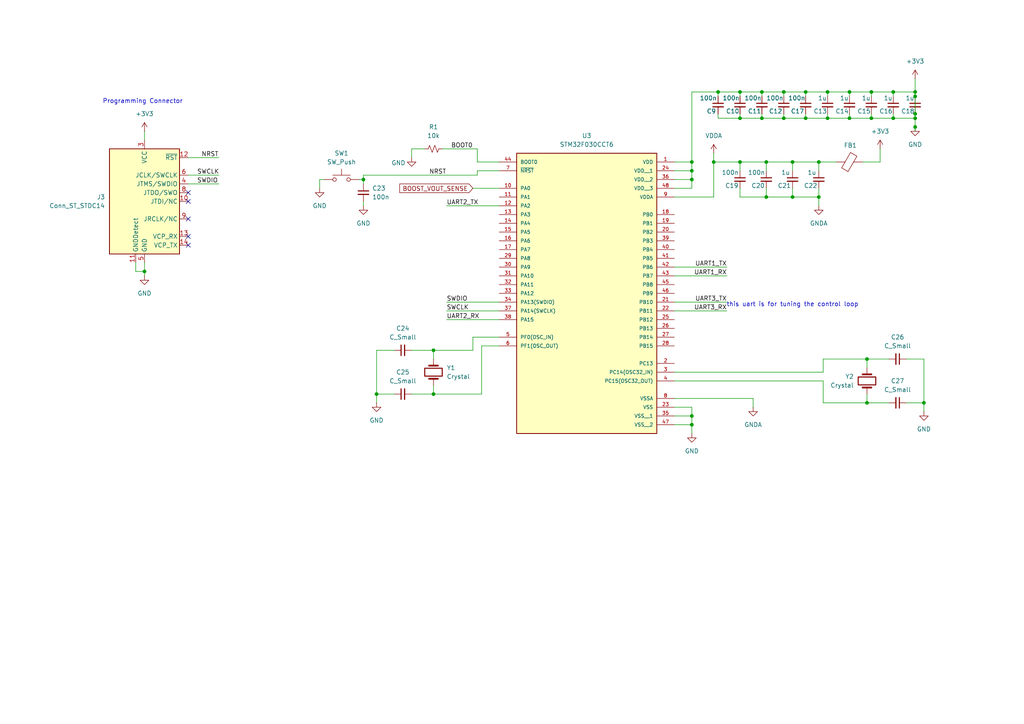
<source format=kicad_sch>
(kicad_sch (version 20250114) (generator "eeschema") (generator_version "9.0")
  (paper "A4")
  (lib_symbols
    (symbol "Connector:Conn_ST_STDC14"
      (property "Reference" "J" (at -8.89 16.51 0))
      (property "Value" "Conn_ST_STDC14" (at 17.78 16.51 0))
      (symbol "Conn_ST_STDC14_0_1"
        (rectangle (start -10.16 15.24) (end 10.16 -15.24) (stroke (width 0.254)) (fill (type background)))
      )
      (symbol "Conn_ST_STDC14_1_1"
        (pin no_connect line (at -10.16 5.08 0) (length 2.54) (hide yes) (name "NC") (number "1"))
        (pin no_connect line (at -10.16 2.54 0) (length 2.54) (hide yes) (name "NC") (number "2"))
        (pin passive line (at -2.54 -17.78 90) (length 2.54) (name "GNDDetect") (number "11"))
        (pin power_in line (at 0 17.78 270) (length 2.54) (name "VCC") (number "3"))
        (pin power_in line (at 0 -17.78 90) (length 2.54) (name "GND") (number "5"))
        (pin passive line (at 0 -17.78 90) (length 2.54) (hide yes) (name "GND") (number "7"))
        (pin open_collector line (at 12.7 12.7 180) (length 2.54) (name "~{RST}") (number "12"))
        (pin output line (at 12.7 7.62 180) (length 2.54) (name "JCLK/SWCLK") (number "6"))
        (pin bidirectional line (at 12.7 5.08 180) (length 2.54) (name "JTMS/SWDIO") (number "4"))
        (pin input line (at 12.7 2.54 180) (length 2.54) (name "JTDO/SWO") (number "8"))
        (pin output line (at 12.7 0 180) (length 2.54) (name "JTDI/NC") (number "10"))
        (pin input line (at 12.7 -5.08 180) (length 2.54) (name "JRCLK/NC") (number "9"))
        (pin output line (at 12.7 -10.16 180) (length 2.54) (name "VCP_RX") (number "13"))
        (pin input line (at 12.7 -12.7 180) (length 2.54) (name "VCP_TX") (number "14"))
      )
    )
    (symbol "Device:C_Small" (pin_numbers (hide yes)) (pin_names (offset 0.254) (hide yes))
      (property "Reference" "C" (at 0.254 1.778 0))
      (property "Value" "C_Small" (at 0.254 -2.032 0))
      (symbol "C_Small_0_1"
        (polyline (pts (xy -1.524 0.508) (xy 1.524 0.508)) (stroke (width 0.3048)))
        (polyline (pts (xy -1.524 -0.508) (xy 1.524 -0.508)) (stroke (width 0.3302)))
      )
      (symbol "C_Small_1_1"
        (pin passive line (at 0 2.54 270) (length 2.032) (name "~") (number "1"))
        (pin passive line (at 0 -2.54 90) (length 2.032) (name "~") (number "2"))
      )
    )
    (symbol "Device:Crystal" (pin_numbers (hide yes)) (pin_names (offset 1.016) (hide yes))
      (property "Reference" "Y" (at 0 3.81 0))
      (property "Value" "Crystal" (at 0 -3.81 0))
      (symbol "Crystal_0_1"
        (polyline (pts (xy -2.54 0) (xy -1.905 0)))
        (polyline (pts (xy -1.905 -1.27) (xy -1.905 1.27)) (stroke (width 0.508)))
        (rectangle (start -1.143 2.54) (end 1.143 -2.54) (stroke (width 0.3048)))
        (polyline (pts (xy 1.905 -1.27) (xy 1.905 1.27)) (stroke (width 0.508)))
        (polyline (pts (xy 2.54 0) (xy 1.905 0)))
      )
      (symbol "Crystal_1_1"
        (pin passive line (at -3.81 0 0) (length 1.27) (name "1") (number "1"))
        (pin passive line (at 3.81 0 180) (length 1.27) (name "2") (number "2"))
      )
    )
    (symbol "Device:FerriteBead" (pin_numbers (hide yes)) (pin_names (offset 0))
      (property "Reference" "FB" (at -3.81 0.635 90))
      (property "Value" "FerriteBead" (at 3.81 0 90))
      (symbol "FerriteBead_0_1"
        (polyline (pts (xy -2.7686 0.4064) (xy -1.7018 2.2606) (xy 2.7686 -0.3048) (xy 1.6764 -2.159) (xy -2.7686 0.4064)))
        (polyline (pts (xy 0 1.27) (xy 0 1.2954)))
        (polyline (pts (xy 0 -1.27) (xy 0 -1.2192)))
      )
      (symbol "FerriteBead_1_1"
        (pin passive line (at 0 3.81 270) (length 2.54) (name "~") (number "1"))
        (pin passive line (at 0 -3.81 90) (length 2.54) (name "~") (number "2"))
      )
    )
    (symbol "Device:R_Small_US" (pin_numbers (hide yes)) (pin_names (offset 0.254) (hide yes))
      (property "Reference" "R" (at 0.762 0.508 0))
      (property "Value" "R_Small_US" (at 0.762 -1.016 0))
      (symbol "R_Small_US_1_1"
        (polyline (pts (xy 0 1.524) (xy 1.016 1.143) (xy 0 0.762) (xy -1.016 0.381) (xy 0 0)))
        (polyline (pts (xy 0 0) (xy 1.016 -0.381) (xy 0 -0.762) (xy -1.016 -1.143) (xy 0 -1.524)))
        (pin passive line (at 0 2.54 270) (length 1.016) (name "~") (number "1"))
        (pin passive line (at 0 -2.54 90) (length 1.016) (name "~") (number "2"))
      )
    )
    (symbol "STM32F030CCT6:STM32F030CCT6" (pin_names (offset 1.016))
      (property "Reference" "U" (at -20.3383 33.0497 0))
      (property "Value" "STM32F030CCT6" (at -20.3351 -50.8284 0))
      (symbol "STM32F030CCT6_0_0"
        (rectangle (start -20.32 -48.26) (end 20.32 33.02) (stroke (width 0.254)) (fill (type background)))
        (pin input line (at -25.4 30.48 0) (length 5.08) (name "BOOT0") (number "44"))
        (pin bidirectional line (at -25.4 27.94 0) (length 5.08) (name "~{NRST}") (number "7"))
        (pin bidirectional line (at -25.4 22.86 0) (length 5.08) (name "PA0") (number "10"))
        (pin bidirectional line (at -25.4 20.32 0) (length 5.08) (name "PA1") (number "11"))
        (pin bidirectional line (at -25.4 17.78 0) (length 5.08) (name "PA2") (number "12"))
        (pin bidirectional line (at -25.4 15.24 0) (length 5.08) (name "PA3") (number "13"))
        (pin bidirectional line (at -25.4 12.7 0) (length 5.08) (name "PA4") (number "14"))
        (pin bidirectional line (at -25.4 10.16 0) (length 5.08) (name "PA5") (number "15"))
        (pin bidirectional line (at -25.4 7.62 0) (length 5.08) (name "PA6") (number "16"))
        (pin bidirectional line (at -25.4 5.08 0) (length 5.08) (name "PA7") (number "17"))
        (pin bidirectional line (at -25.4 2.54 0) (length 5.08) (name "PA8") (number "29"))
        (pin bidirectional line (at -25.4 0 0) (length 5.08) (name "PA9") (number "30"))
        (pin bidirectional line (at -25.4 -2.54 0) (length 5.08) (name "PA10") (number "31"))
        (pin bidirectional line (at -25.4 -5.08 0) (length 5.08) (name "PA11") (number "32"))
        (pin bidirectional line (at -25.4 -7.62 0) (length 5.08) (name "PA12") (number "33"))
        (pin bidirectional line (at -25.4 -10.16 0) (length 5.08) (name "PA13(SWDIO)") (number "34"))
        (pin bidirectional line (at -25.4 -12.7 0) (length 5.08) (name "PA14(SWCLK)") (number "37"))
        (pin bidirectional line (at -25.4 -15.24 0) (length 5.08) (name "PA15") (number "38"))
        (pin bidirectional line (at -25.4 -20.32 0) (length 5.08) (name "PF0(OSC_IN)") (number "5"))
        (pin bidirectional line (at -25.4 -22.86 0) (length 5.08) (name "PF1(OSC_OUT)") (number "6"))
        (pin power_in line (at 25.4 30.48 180) (length 5.08) (name "VDD") (number "1"))
        (pin power_in line (at 25.4 27.94 180) (length 5.08) (name "VDD__1") (number "24"))
        (pin power_in line (at 25.4 25.4 180) (length 5.08) (name "VDD__2") (number "36"))
        (pin power_in line (at 25.4 22.86 180) (length 5.08) (name "VDD__3") (number "48"))
        (pin power_in line (at 25.4 20.32 180) (length 5.08) (name "VDDA") (number "9"))
        (pin bidirectional line (at 25.4 15.24 180) (length 5.08) (name "PB0") (number "18"))
        (pin bidirectional line (at 25.4 12.7 180) (length 5.08) (name "PB1") (number "19"))
        (pin bidirectional line (at 25.4 10.16 180) (length 5.08) (name "PB2") (number "20"))
        (pin bidirectional line (at 25.4 7.62 180) (length 5.08) (name "PB3") (number "39"))
        (pin bidirectional line (at 25.4 5.08 180) (length 5.08) (name "PB4") (number "40"))
        (pin bidirectional line (at 25.4 2.54 180) (length 5.08) (name "PB5") (number "41"))
        (pin bidirectional line (at 25.4 0 180) (length 5.08) (name "PB6") (number "42"))
        (pin bidirectional line (at 25.4 -2.54 180) (length 5.08) (name "PB7") (number "43"))
        (pin bidirectional line (at 25.4 -5.08 180) (length 5.08) (name "PB8") (number "45"))
        (pin bidirectional line (at 25.4 -7.62 180) (length 5.08) (name "PB9") (number "46"))
        (pin bidirectional line (at 25.4 -10.16 180) (length 5.08) (name "PB10") (number "21"))
        (pin bidirectional line (at 25.4 -12.7 180) (length 5.08) (name "PB11") (number "22"))
        (pin bidirectional line (at 25.4 -15.24 180) (length 5.08) (name "PB12") (number "25"))
        (pin bidirectional line (at 25.4 -17.78 180) (length 5.08) (name "PB13") (number "26"))
        (pin bidirectional line (at 25.4 -20.32 180) (length 5.08) (name "PB14") (number "27"))
        (pin bidirectional line (at 25.4 -22.86 180) (length 5.08) (name "PB15") (number "28"))
        (pin bidirectional line (at 25.4 -27.94 180) (length 5.08) (name "PC13") (number "2"))
        (pin bidirectional line (at 25.4 -30.48 180) (length 5.08) (name "PC14(OSC32_IN)") (number "3"))
        (pin bidirectional line (at 25.4 -33.02 180) (length 5.08) (name "PC15(OSC32_OUT)") (number "4"))
        (pin power_in line (at 25.4 -38.1 180) (length 5.08) (name "VSSA") (number "8"))
        (pin power_in line (at 25.4 -40.64 180) (length 5.08) (name "VSS") (number "23"))
        (pin power_in line (at 25.4 -43.18 180) (length 5.08) (name "VSS__1") (number "35"))
        (pin power_in line (at 25.4 -45.72 180) (length 5.08) (name "VSS__2") (number "47"))
      )
    )
    (symbol "Switch:SW_Push" (pin_numbers (hide yes)) (pin_names (offset 1.016) (hide yes))
      (property "Reference" "SW" (at 1.27 2.54 0))
      (property "Value" "SW_Push" (at 0 -1.524 0))
      (symbol "SW_Push_0_1"
        (circle (center -2.032 0) (radius 0.508))
        (polyline (pts (xy 0 1.27) (xy 0 3.048)))
        (circle (center 2.032 0) (radius 0.508))
        (polyline (pts (xy 2.54 1.27) (xy -2.54 1.27)))
        (pin passive line (at -5.08 0 0) (length 2.54) (name "1") (number "1"))
        (pin passive line (at 5.08 0 180) (length 2.54) (name "2") (number "2"))
      )
    )
    (symbol "power:+3V3" (power) (pin_numbers (hide yes)) (pin_names (offset 0) (hide yes))
      (property "Value" "+3V3" (at 0 3.556 0))
      (symbol "+3V3_0_1"
        (polyline (pts (xy -0.762 1.27) (xy 0 2.54)))
        (polyline (pts (xy 0 2.54) (xy 0.762 1.27)))
        (polyline (pts (xy 0 0) (xy 0 2.54)))
      )
      (symbol "+3V3_1_1"
        (pin power_in line (at 0 0 90) (length 0) (name "~") (number "1"))
      )
    )
    (symbol "power:GND" (power) (pin_numbers (hide yes)) (pin_names (offset 0) (hide yes))
      (property "Value" "GND" (at 0 -3.81 0))
      (symbol "GND_0_1"
        (polyline (pts (xy 0 0) (xy 0 -1.27) (xy 1.27 -1.27) (xy 0 -2.54) (xy -1.27 -1.27) (xy 0 -1.27)))
      )
      (symbol "GND_1_1"
        (pin power_in line (at 0 0 270) (length 0) (name "~") (number "1"))
      )
    )
    (symbol "power:GNDA" (power) (pin_numbers (hide yes)) (pin_names (offset 0) (hide yes))
      (property "Value" "GNDA" (at 0 -3.81 0))
      (symbol "GNDA_0_1"
        (polyline (pts (xy 0 0) (xy 0 -1.27) (xy 1.27 -1.27) (xy 0 -2.54) (xy -1.27 -1.27) (xy 0 -1.27)))
      )
      (symbol "GNDA_1_1"
        (pin power_in line (at 0 0 270) (length 0) (name "~") (number "1"))
      )
    )
    (symbol "power:VDDA" (power) (pin_numbers (hide yes)) (pin_names (offset 0) (hide yes))
      (property "Value" "VDDA" (at 0 3.556 0))
      (symbol "VDDA_0_1"
        (polyline (pts (xy -0.762 1.27) (xy 0 2.54)))
        (polyline (pts (xy 0 2.54) (xy 0.762 1.27)))
        (polyline (pts (xy 0 0) (xy 0 2.54)))
      )
      (symbol "VDDA_1_1"
        (pin power_in line (at 0 0 90) (length 0) (name "~") (number "1"))
      )
    )
  )
  (text "Programming Connector\n" (at 41.402 29.464 0) (effects (font (size 1.27 1.27))))
  (text "this uart is for tuning the control loop\n" (at 229.87 88.392 0) (effects (font (size 1.27 1.27))))
  (junction (at 265.43 36.83))
  (junction (at 251.46 116.84))
  (junction (at 265.43 26.67))
  (junction (at 259.08 26.67))
  (junction (at 240.03 34.29))
  (junction (at 220.98 34.29))
  (junction (at 214.63 46.99))
  (junction (at 222.25 57.15))
  (junction (at 200.66 52.07))
  (junction (at 109.22 114.3))
  (junction (at 214.63 34.29))
  (junction (at 200.66 46.99))
  (junction (at 237.49 46.99))
  (junction (at 246.38 26.67))
  (junction (at 200.66 123.19))
  (junction (at 125.73 101.6))
  (junction (at 207.01 46.99))
  (junction (at 125.73 114.3))
  (junction (at 237.49 57.15))
  (junction (at 265.43 33.02))
  (junction (at 265.43 27.94))
  (junction (at 233.68 34.29))
  (junction (at 208.28 26.67))
  (junction (at 240.03 26.67))
  (junction (at 233.68 26.67))
  (junction (at 200.66 120.65))
  (junction (at 41.91 78.74))
  (junction (at 259.08 34.29))
  (junction (at 200.66 49.53))
  (junction (at 229.87 57.15))
  (junction (at 251.46 104.14))
  (junction (at 227.33 26.67))
  (junction (at 105.41 52.07))
  (junction (at 222.25 46.99))
  (junction (at 252.73 26.67))
  (junction (at 246.38 34.29))
  (junction (at 229.87 46.99))
  (junction (at 227.33 34.29))
  (junction (at 214.63 26.67))
  (junction (at 265.43 34.29))
  (junction (at 220.98 26.67))
  (junction (at 267.97 116.84))
  (junction (at 252.73 34.29))
  (no_connect (at 54.61 68.58))
  (no_connect (at 54.61 55.88))
  (no_connect (at 54.61 71.12))
  (no_connect (at 54.61 58.42))
  (no_connect (at 54.61 63.5))
  (wire (pts (xy 218.44 115.57) (xy 195.58 115.57)))
  (wire (pts (xy 257.81 116.84) (xy 251.46 116.84)))
  (wire (pts (xy 255.27 46.99) (xy 250.19 46.99)))
  (wire (pts (xy 41.91 38.1) (xy 41.91 40.64)))
  (wire (pts (xy 229.87 46.99) (xy 237.49 46.99)))
  (wire (pts (xy 251.46 104.14) (xy 238.76 104.14)))
  (wire (pts (xy 252.73 33.02) (xy 252.73 34.29)))
  (wire (pts (xy 267.97 104.14) (xy 267.97 116.84)))
  (wire (pts (xy 200.66 123.19) (xy 200.66 125.73)))
  (wire (pts (xy 267.97 116.84) (xy 262.89 116.84)))
  (wire (pts (xy 246.38 33.02) (xy 246.38 34.29)))
  (wire (pts (xy 195.58 110.49) (xy 238.76 110.49)))
  (wire (pts (xy 222.25 54.61) (xy 222.25 57.15)))
  (wire (pts (xy 125.73 104.14) (xy 125.73 101.6)))
  (wire (pts (xy 129.54 87.63) (xy 144.78 87.63)))
  (wire (pts (xy 246.38 26.67) (xy 246.38 27.94)))
  (wire (pts (xy 200.66 52.07) (xy 200.66 49.53)))
  (wire (pts (xy 238.76 116.84) (xy 251.46 116.84)))
  (wire (pts (xy 207.01 46.99) (xy 207.01 57.15)))
  (wire (pts (xy 129.54 59.69) (xy 144.78 59.69)))
  (wire (pts (xy 200.66 26.67) (xy 208.28 26.67)))
  (wire (pts (xy 227.33 26.67) (xy 233.68 26.67)))
  (wire (pts (xy 227.33 26.67) (xy 227.33 27.94)))
  (wire (pts (xy 129.54 92.71) (xy 144.78 92.71)))
  (wire (pts (xy 227.33 33.02) (xy 227.33 34.29)))
  (wire (pts (xy 210.82 87.63) (xy 195.58 87.63)))
  (wire (pts (xy 39.37 76.2) (xy 39.37 78.74)))
  (wire (pts (xy 218.44 118.11) (xy 218.44 115.57)))
  (wire (pts (xy 125.73 101.6) (xy 137.16 101.6)))
  (wire (pts (xy 138.43 49.53) (xy 144.78 49.53)))
  (wire (pts (xy 257.81 104.14) (xy 251.46 104.14)))
  (wire (pts (xy 229.87 57.15) (xy 237.49 57.15)))
  (wire (pts (xy 259.08 26.67) (xy 259.08 27.94)))
  (wire (pts (xy 195.58 123.19) (xy 200.66 123.19)))
  (wire (pts (xy 220.98 34.29) (xy 227.33 34.29)))
  (wire (pts (xy 105.41 50.8) (xy 138.43 50.8)))
  (wire (pts (xy 200.66 123.19) (xy 200.66 120.65)))
  (wire (pts (xy 240.03 26.67) (xy 246.38 26.67)))
  (wire (pts (xy 144.78 46.99) (xy 138.43 46.99)))
  (wire (pts (xy 240.03 34.29) (xy 246.38 34.29)))
  (wire (pts (xy 139.7 114.3) (xy 125.73 114.3)))
  (wire (pts (xy 210.82 77.47) (xy 195.58 77.47)))
  (wire (pts (xy 54.61 53.34) (xy 63.5 53.34)))
  (wire (pts (xy 119.38 114.3) (xy 125.73 114.3)))
  (wire (pts (xy 128.27 43.18) (xy 138.43 43.18)))
  (wire (pts (xy 214.63 33.02) (xy 214.63 34.29)))
  (wire (pts (xy 233.68 26.67) (xy 240.03 26.67)))
  (wire (pts (xy 246.38 34.29) (xy 252.73 34.29)))
  (wire (pts (xy 262.89 104.14) (xy 267.97 104.14)))
  (wire (pts (xy 41.91 76.2) (xy 41.91 78.74)))
  (wire (pts (xy 229.87 46.99) (xy 229.87 49.53)))
  (wire (pts (xy 229.87 54.61) (xy 229.87 57.15)))
  (wire (pts (xy 105.41 50.8) (xy 105.41 52.07)))
  (wire (pts (xy 137.16 54.61) (xy 144.78 54.61)))
  (wire (pts (xy 214.63 46.99) (xy 214.63 49.53)))
  (wire (pts (xy 267.97 116.84) (xy 267.97 119.38)))
  (wire (pts (xy 195.58 52.07) (xy 200.66 52.07)))
  (wire (pts (xy 265.43 34.29) (xy 259.08 34.29)))
  (wire (pts (xy 119.38 101.6) (xy 125.73 101.6)))
  (wire (pts (xy 54.61 45.72) (xy 63.5 45.72)))
  (wire (pts (xy 208.28 26.67) (xy 208.28 27.94)))
  (wire (pts (xy 137.16 97.79) (xy 144.78 97.79)))
  (wire (pts (xy 227.33 34.29) (xy 233.68 34.29)))
  (wire (pts (xy 105.41 52.07) (xy 105.41 53.34)))
  (wire (pts (xy 222.25 46.99) (xy 229.87 46.99)))
  (wire (pts (xy 125.73 114.3) (xy 125.73 111.76)))
  (wire (pts (xy 237.49 57.15) (xy 237.49 59.69)))
  (wire (pts (xy 104.14 52.07) (xy 105.41 52.07)))
  (wire (pts (xy 208.28 33.02) (xy 208.28 34.29)))
  (wire (pts (xy 220.98 33.02) (xy 220.98 34.29)))
  (wire (pts (xy 265.43 26.67) (xy 265.43 27.94)))
  (wire (pts (xy 210.82 90.17) (xy 195.58 90.17)))
  (wire (pts (xy 237.49 46.99) (xy 237.49 49.53)))
  (wire (pts (xy 144.78 100.33) (xy 139.7 100.33)))
  (wire (pts (xy 214.63 46.99) (xy 207.01 46.99)))
  (wire (pts (xy 109.22 114.3) (xy 114.3 114.3)))
  (wire (pts (xy 238.76 104.14) (xy 238.76 107.95)))
  (wire (pts (xy 259.08 26.67) (xy 265.43 26.67)))
  (wire (pts (xy 214.63 26.67) (xy 214.63 27.94)))
  (wire (pts (xy 255.27 43.18) (xy 255.27 46.99)))
  (wire (pts (xy 114.3 101.6) (xy 109.22 101.6)))
  (wire (pts (xy 208.28 26.67) (xy 214.63 26.67)))
  (wire (pts (xy 265.43 36.83) (xy 265.43 38.1)))
  (wire (pts (xy 200.66 54.61) (xy 200.66 52.07)))
  (wire (pts (xy 41.91 78.74) (xy 41.91 80.01)))
  (wire (pts (xy 139.7 100.33) (xy 139.7 114.3)))
  (wire (pts (xy 222.25 57.15) (xy 229.87 57.15)))
  (wire (pts (xy 207.01 44.45) (xy 207.01 46.99)))
  (wire (pts (xy 251.46 116.84) (xy 251.46 114.3)))
  (wire (pts (xy 240.03 33.02) (xy 240.03 34.29)))
  (wire (pts (xy 214.63 57.15) (xy 222.25 57.15)))
  (wire (pts (xy 210.82 80.01) (xy 195.58 80.01)))
  (wire (pts (xy 238.76 107.95) (xy 195.58 107.95)))
  (wire (pts (xy 54.61 50.8) (xy 63.5 50.8)))
  (wire (pts (xy 138.43 50.8) (xy 138.43 49.53)))
  (wire (pts (xy 39.37 78.74) (xy 41.91 78.74)))
  (wire (pts (xy 214.63 34.29) (xy 220.98 34.29)))
  (wire (pts (xy 265.43 34.29) (xy 265.43 36.83)))
  (wire (pts (xy 214.63 54.61) (xy 214.63 57.15)))
  (wire (pts (xy 252.73 26.67) (xy 252.73 27.94)))
  (wire (pts (xy 200.66 120.65) (xy 195.58 120.65)))
  (wire (pts (xy 109.22 114.3) (xy 109.22 116.84)))
  (wire (pts (xy 123.19 43.18) (xy 119.38 43.18)))
  (wire (pts (xy 220.98 26.67) (xy 227.33 26.67)))
  (wire (pts (xy 195.58 49.53) (xy 200.66 49.53)))
  (wire (pts (xy 259.08 34.29) (xy 259.08 33.02)))
  (wire (pts (xy 233.68 34.29) (xy 240.03 34.29)))
  (wire (pts (xy 251.46 106.68) (xy 251.46 104.14)))
  (wire (pts (xy 246.38 26.67) (xy 252.73 26.67)))
  (wire (pts (xy 233.68 33.02) (xy 233.68 34.29)))
  (wire (pts (xy 233.68 26.67) (xy 233.68 27.94)))
  (wire (pts (xy 214.63 46.99) (xy 222.25 46.99)))
  (wire (pts (xy 92.71 54.61) (xy 92.71 52.07)))
  (wire (pts (xy 200.66 118.11) (xy 200.66 120.65)))
  (wire (pts (xy 237.49 46.99) (xy 242.57 46.99)))
  (wire (pts (xy 265.43 22.86) (xy 265.43 26.67)))
  (wire (pts (xy 222.25 46.99) (xy 222.25 49.53)))
  (wire (pts (xy 109.22 101.6) (xy 109.22 114.3)))
  (wire (pts (xy 200.66 46.99) (xy 200.66 49.53)))
  (wire (pts (xy 207.01 57.15) (xy 195.58 57.15)))
  (wire (pts (xy 252.73 26.67) (xy 259.08 26.67)))
  (wire (pts (xy 208.28 34.29) (xy 214.63 34.29)))
  (wire (pts (xy 105.41 58.42) (xy 105.41 59.69)))
  (wire (pts (xy 252.73 34.29) (xy 259.08 34.29)))
  (wire (pts (xy 195.58 54.61) (xy 200.66 54.61)))
  (wire (pts (xy 237.49 57.15) (xy 237.49 54.61)))
  (wire (pts (xy 220.98 26.67) (xy 220.98 27.94)))
  (wire (pts (xy 195.58 46.99) (xy 200.66 46.99)))
  (wire (pts (xy 119.38 43.18) (xy 119.38 45.72)))
  (wire (pts (xy 195.58 118.11) (xy 200.66 118.11)))
  (wire (pts (xy 240.03 26.67) (xy 240.03 27.94)))
  (wire (pts (xy 214.63 26.67) (xy 220.98 26.67)))
  (wire (pts (xy 137.16 101.6) (xy 137.16 97.79)))
  (wire (pts (xy 238.76 110.49) (xy 238.76 116.84)))
  (wire (pts (xy 138.43 46.99) (xy 138.43 43.18)))
  (wire (pts (xy 200.66 26.67) (xy 200.66 46.99)))
  (wire (pts (xy 265.43 27.94) (xy 265.43 33.02)))
  (wire (pts (xy 129.54 90.17) (xy 144.78 90.17)))
  (wire (pts (xy 92.71 52.07) (xy 93.98 52.07)))
  (wire (pts (xy 265.43 33.02) (xy 265.43 34.29)))
  (label "SWCLK" (at 129.54 90.17 0))
  (label "NRST" (at 58.42 45.72 0))
  (label "UART3_TX" (at 210.82 87.63 180))
  (label "UART1_RX" (at 210.82 80.01 180))
  (label "SWDIO" (at 57.15 53.34 0))
  (label "NRST" (at 124.46 50.8 0))
  (label "SWDIO" (at 129.54 87.63 0))
  (label "BOOT0" (at 130.81 43.18 0))
  (label "SWCLK" (at 57.15 50.8 0))
  (label "UART2_RX" (at 129.54 92.71 0))
  (label "UART2_TX" (at 129.54 59.69 0))
  (label "UART1_TX" (at 210.82 77.47 180))
  (label "UART3_RX" (at 210.82 90.17 180))
  (global_label "BOOST_VOUT_SENSE" (shape input) (at 137.16 54.61 180) (property "Intersheetrefs" "${INTERSHEET_REFS}" (effects (hide yes))))
  (symbol (lib_id "Device:R_Small_US") (at 125.73 43.18 90) (unit 1)
    (property "Reference" "R1" (at 125.73 36.83 90))
    (property "Value" "10k" (at 125.73 39.37 90))
    (property "Description" "Resistor, small US symbol" (effects (hide yes)))
  )
  (symbol (lib_id "Device:C_Small") (at 105.41 55.88 0) (unit 1)
    (property "Reference" "C23" (at 107.95 54.6162 0) (effects (justify left)))
    (property "Value" "100n" (at 107.95 57.1562 0) (effects (justify left)))
    (property "Description" "Unpolarized capacitor, small symbol" (effects (hide yes)))
  )
  (symbol (lib_id "Device:C_Small") (at 208.28 30.48 0) (unit 1)
    (property "Reference" "C9" (at 204.978 32.258 0) (effects (justify left)))
    (property "Value" "100n" (at 202.946 28.448 0) (effects (justify left)))
    (property "Description" "Unpolarized capacitor, small symbol" (effects (hide yes)))
  )
  (symbol (lib_id "Device:FerriteBead") (at 246.38 46.99 90) (unit 1)
    (property "Reference" "FB1" (at 246.634 42.164 90))
    (property "Value" "FerriteBead" (effects (hide yes)))
    (property "Description" "Ferrite bead" (effects (hide yes)))
  )
  (symbol (lib_id "power:+3V3") (at 265.43 22.86 0) (unit 1)
    (property "Reference" "#PWR014" (effects (hide yes)))
    (property "Value" "+3V3" (at 265.43 17.78 0))
    (property "Description" "Power symbol creates a global label with name \"+3V3\"" (effects (hide yes)))
  )
  (symbol (lib_id "Device:C_Small") (at 229.87 52.07 0) (unit 1)
    (property "Reference" "C21" (at 225.552 53.848 0) (effects (justify left)))
    (property "Value" "1u" (at 226.568 50.038 0) (effects (justify left)))
    (property "Description" "Unpolarized capacitor, small symbol" (effects (hide yes)))
  )
  (symbol (lib_id "power:GNDA") (at 218.44 118.11 0) (unit 1)
    (property "Reference" "#PWR023" (effects (hide yes)))
    (property "Value" "GNDA" (at 218.44 123.19 0))
    (property "Description" "Power symbol creates a global label with name \"GNDA\" , analog ground" (effects (hide yes)))
  )
  (symbol (lib_id "Device:C_Small") (at 246.38 30.48 0) (unit 1)
    (property "Reference" "C14" (at 242.316 32.258 0) (effects (justify left)))
    (property "Value" "1u" (at 243.586 28.448 0) (effects (justify left)))
    (property "Description" "Unpolarized capacitor, small symbol" (effects (hide yes)))
  )
  (symbol (lib_id "Device:C_Small") (at 240.03 30.48 0) (unit 1)
    (property "Reference" "C13" (at 235.966 32.258 0) (effects (justify left)))
    (property "Value" "1u" (at 237.236 28.448 0) (effects (justify left)))
    (property "Description" "Unpolarized capacitor, small symbol" (effects (hide yes)))
  )
  (symbol (lib_id "power:GND") (at 119.38 45.72 0) (unit 1)
    (property "Reference" "#PWR025" (effects (hide yes)))
    (property "Value" "GND" (at 115.57 47.244 0))
    (property "Description" "Power symbol creates a global label with name \"GND\" , ground" (effects (hide yes)))
  )
  (symbol (lib_id "power:GND") (at 267.97 119.38 0) (mirror y) (unit 1)
    (property "Reference" "#PWR022" (effects (hide yes)))
    (property "Value" "GND" (at 267.97 124.46 0))
    (property "Description" "Power symbol creates a global label with name \"GND\" , ground" (effects (hide yes)))
  )
  (symbol (lib_id "Device:Crystal") (at 251.46 110.49 270) (mirror x) (unit 1)
    (property "Reference" "Y2" (at 247.65 109.2199 90) (effects (justify right)))
    (property "Value" "Crystal" (at 247.65 111.7599 90) (effects (justify right)))
    (property "Description" "Two pin crystal" (effects (hide yes)))
  )
  (symbol (lib_id "Device:C_Small") (at 252.73 30.48 0) (unit 1)
    (property "Reference" "C15" (at 248.666 32.258 0) (effects (justify left)))
    (property "Value" "1u" (at 249.936 28.448 0) (effects (justify left)))
    (property "Description" "Unpolarized capacitor, small symbol" (effects (hide yes)))
  )
  (symbol (lib_id "Connector:Conn_ST_STDC14") (at 41.91 58.42 0) (unit 1)
    (property "Reference" "J3" (at 30.48 57.1499 0) (effects (justify right)))
    (property "Value" "Conn_ST_STDC14" (at 30.48 59.6899 0) (effects (justify right)))
    (property "Datasheet" "https://www.st.com/content/ccc/resource/technical/document/user_manual/group1/99/49/91/b6/b2/3a/46/e5/DM00526767/files/DM00526767.pdf/jcr:content/translations/en.DM00526767.pdf" (effects (hide yes)))
    (property "Description" "ST Debug Connector, standard ARM Cortex-M SWD and JTAG interface plus UART" (effects (hide yes)))
  )
  (symbol (lib_id "power:GND") (at 92.71 54.61 0) (unit 1)
    (property "Reference" "#PWR020" (effects (hide yes)))
    (property "Value" "GND" (at 92.71 59.69 0))
    (property "Description" "Power symbol creates a global label with name \"GND\" , ground" (effects (hide yes)))
  )
  (symbol (lib_id "power:GND") (at 105.41 59.69 0) (unit 1)
    (property "Reference" "#PWR019" (effects (hide yes)))
    (property "Value" "GND" (at 105.41 64.77 0))
    (property "Description" "Power symbol creates a global label with name \"GND\" , ground" (effects (hide yes)))
  )
  (symbol (lib_id "Device:C_Small") (at 260.35 104.14 270) (mirror x) (unit 1)
    (property "Reference" "C26" (at 260.3437 97.79 90))
    (property "Value" "C_Small" (at 260.3437 100.33 90))
    (property "Description" "Unpolarized capacitor, small symbol" (effects (hide yes)))
  )
  (symbol (lib_id "Device:C_Small") (at 233.68 30.48 0) (unit 1)
    (property "Reference" "C17" (at 229.362 32.258 0) (effects (justify left)))
    (property "Value" "100n" (at 228.6 28.448 0) (effects (justify left)))
    (property "Description" "Unpolarized capacitor, small symbol" (effects (hide yes)))
  )
  (symbol (lib_id "Device:C_Small") (at 237.49 52.07 0) (unit 1)
    (property "Reference" "C22" (at 233.172 53.848 0) (effects (justify left)))
    (property "Value" "1u" (at 234.188 50.038 0) (effects (justify left)))
    (property "Description" "Unpolarized capacitor, small symbol" (effects (hide yes)))
  )
  (symbol (lib_id "Device:C_Small") (at 227.33 30.48 0) (unit 1)
    (property "Reference" "C12" (at 223.012 32.258 0) (effects (justify left)))
    (property "Value" "100n" (at 222.25 28.448 0) (effects (justify left)))
    (property "Description" "Unpolarized capacitor, small symbol" (effects (hide yes)))
  )
  (symbol (lib_id "Device:C_Small") (at 220.98 30.48 0) (unit 1)
    (property "Reference" "C11" (at 216.916 32.258 0) (effects (justify left)))
    (property "Value" "100n" (at 215.9 28.448 0) (effects (justify left)))
    (property "Description" "Unpolarized capacitor, small symbol" (effects (hide yes)))
  )
  (symbol (lib_id "Device:Crystal") (at 125.73 107.95 90) (unit 1)
    (property "Reference" "Y1" (at 129.54 106.6799 90) (effects (justify right)))
    (property "Value" "Crystal" (at 129.54 109.2199 90) (effects (justify right)))
    (property "Description" "Two pin crystal" (effects (hide yes)))
  )
  (symbol (lib_id "Device:C_Small") (at 222.25 52.07 0) (unit 1)
    (property "Reference" "C20" (at 217.932 53.848 0) (effects (justify left)))
    (property "Value" "100n" (at 216.916 50.038 0) (effects (justify left)))
    (property "Description" "Unpolarized capacitor, small symbol" (effects (hide yes)))
  )
  (symbol (lib_id "power:VDDA") (at 207.01 44.45 0) (unit 1)
    (property "Reference" "#PWR018" (effects (hide yes)))
    (property "Value" "VDDA" (at 207.01 39.37 0))
    (property "Description" "Power symbol creates a global label with name \"VDDA\"" (effects (hide yes)))
  )
  (symbol (lib_id "Switch:SW_Push") (at 99.06 52.07 0) (unit 1)
    (property "Reference" "SW1" (at 99.06 44.45 0))
    (property "Value" "SW_Push" (at 99.06 46.99 0))
    (property "Description" "Push button switch, generic, two pins" (effects (hide yes)))
  )
  (symbol (lib_id "power:GND") (at 109.22 116.84 0) (unit 1)
    (property "Reference" "#PWR021" (effects (hide yes)))
    (property "Value" "GND" (at 109.22 121.92 0))
    (property "Description" "Power symbol creates a global label with name \"GND\" , ground" (effects (hide yes)))
  )
  (symbol (lib_id "STM32F030CCT6:STM32F030CCT6") (at 170.18 77.47 0) (unit 1)
    (property "Reference" "U3" (at 170.18 39.37 0))
    (property "Value" "STM32F030CCT6" (at 170.18 41.91 0))
    (property "Footprint" "STM32F030CCT6:QFP50P900X900X160-48N" (effects (hide yes)))
    (property "MANUFACTURER" "STMicroelectronics" (effects (hide yes)))
  )
  (symbol (lib_id "Device:C_Small") (at 265.43 30.48 0) (unit 1)
    (property "Reference" "C18" (at 261.366 32.258 0) (effects (justify left)))
    (property "Value" "1u" (at 262.636 28.448 0) (effects (justify left)))
    (property "Description" "Unpolarized capacitor, small symbol" (effects (hide yes)))
  )
  (symbol (lib_id "power:+3V3") (at 255.27 43.18 0) (unit 1)
    (property "Reference" "#PWR017" (effects (hide yes)))
    (property "Value" "+3V3" (at 255.27 38.1 0))
    (property "Description" "Power symbol creates a global label with name \"+3V3\"" (effects (hide yes)))
  )
  (symbol (lib_id "Device:C_Small") (at 259.08 30.48 0) (unit 1)
    (property "Reference" "C16" (at 255.016 32.258 0) (effects (justify left)))
    (property "Value" "1u" (at 256.286 28.448 0) (effects (justify left)))
    (property "Description" "Unpolarized capacitor, small symbol" (effects (hide yes)))
  )
  (symbol (lib_id "power:+3V3") (at 41.91 38.1 0) (unit 1)
    (property "Reference" "#PWR012" (effects (hide yes)))
    (property "Value" "+3V3" (at 41.91 33.02 0))
    (property "Description" "Power symbol creates a global label with name \"+3V3\"" (effects (hide yes)))
  )
  (symbol (lib_id "power:GND") (at 41.91 80.01 0) (unit 1)
    (property "Reference" "#PWR013" (effects (hide yes)))
    (property "Value" "GND" (at 41.91 85.09 0))
    (property "Description" "Power symbol creates a global label with name \"GND\" , ground" (effects (hide yes)))
  )
  (symbol (lib_id "power:GND") (at 200.66 125.73 0) (unit 1)
    (property "Reference" "#PWR024" (effects (hide yes)))
    (property "Value" "GND" (at 200.66 130.81 0))
    (property "Description" "Power symbol creates a global label with name \"GND\" , ground" (effects (hide yes)))
  )
  (symbol (lib_id "power:GND") (at 265.43 36.83 0) (unit 1)
    (property "Reference" "#PWR015" (effects (hide yes)))
    (property "Value" "GND" (at 265.43 41.91 0))
    (property "Description" "Power symbol creates a global label with name \"GND\" , ground" (effects (hide yes)))
  )
  (symbol (lib_id "Device:C_Small") (at 214.63 52.07 0) (unit 1)
    (property "Reference" "C19" (at 210.312 53.848 0) (effects (justify left)))
    (property "Value" "100n" (at 209.296 50.038 0) (effects (justify left)))
    (property "Description" "Unpolarized capacitor, small symbol" (effects (hide yes)))
  )
  (symbol (lib_id "Device:C_Small") (at 214.63 30.48 0) (unit 1)
    (property "Reference" "C10" (at 210.566 32.258 0) (effects (justify left)))
    (property "Value" "100n" (at 209.55 28.448 0) (effects (justify left)))
    (property "Description" "Unpolarized capacitor, small symbol" (effects (hide yes)))
  )
  (symbol (lib_id "Device:C_Small") (at 260.35 116.84 270) (mirror x) (unit 1)
    (property "Reference" "C27" (at 260.3437 110.49 90))
    (property "Value" "C_Small" (at 260.3437 113.03 90))
    (property "Description" "Unpolarized capacitor, small symbol" (effects (hide yes)))
  )
  (symbol (lib_id "Device:C_Small") (at 116.84 114.3 90) (unit 1)
    (property "Reference" "C25" (at 116.8463 107.95 90))
    (property "Value" "C_Small" (at 116.8463 110.49 90))
    (property "Description" "Unpolarized capacitor, small symbol" (effects (hide yes)))
  )
  (symbol (lib_id "power:GNDA") (at 237.49 59.69 0) (unit 1)
    (property "Reference" "#PWR016" (effects (hide yes)))
    (property "Value" "GNDA" (at 237.49 64.77 0))
    (property "Description" "Power symbol creates a global label with name \"GNDA\" , analog ground" (effects (hide yes)))
  )
  (symbol (lib_id "Device:C_Small") (at 116.84 101.6 90) (unit 1)
    (property "Reference" "C24" (at 116.8463 95.25 90))
    (property "Value" "C_Small" (at 116.8463 97.79 90))
    (property "Description" "Unpolarized capacitor, small symbol" (effects (hide yes)))
  )
)
</source>
